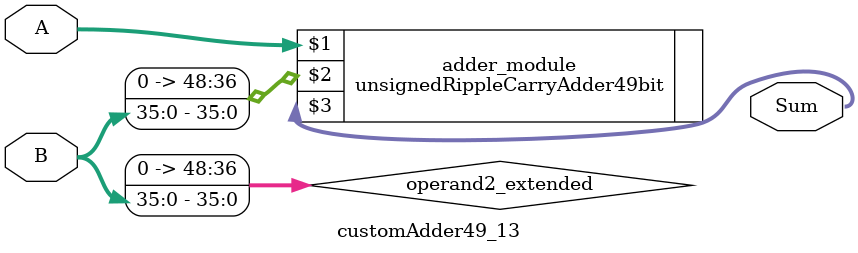
<source format=v>
module customAdder49_13(
                        input [48 : 0] A,
                        input [35 : 0] B,
                        
                        output [49 : 0] Sum
                );

        wire [48 : 0] operand2_extended;
        
        assign operand2_extended =  {13'b0, B};
        
        unsignedRippleCarryAdder49bit adder_module(
            A,
            operand2_extended,
            Sum
        );
        
        endmodule
        
</source>
